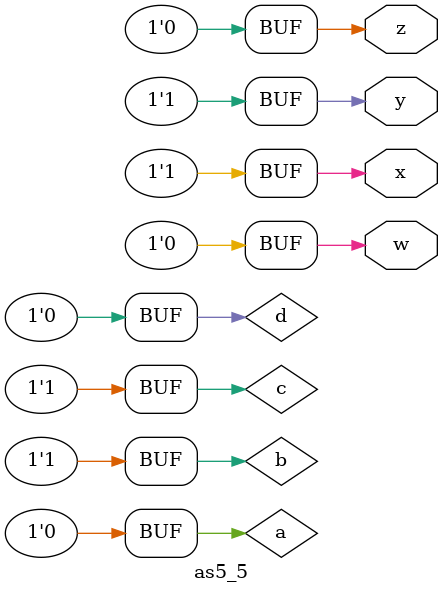
<source format=v>


/*  Whatis the order of execution of statements in the following Verilog code?
    Is there any ambiguity in the order of execution? What are the final values
    of a,b,c,d?
    
    initial
    begin
      a=1'b0;
      #0 c=b;
    end
    initial
    begin
      b=1'b0;
      #0 d=a;
    end      
*/

    module as5_5(w,x,y,z);
      
     output w,x,y,z;
     reg a,b,c,d;
     initial
      begin
        a=1'b0;
        #0 c=b;
      end
     initial
      begin
        b=1'b1;
        #0 d=a;
      end
     assign w=a;
     assign x=b;
     assign y=c;
     assign z=d;
    
    endmodule
    
    

</source>
